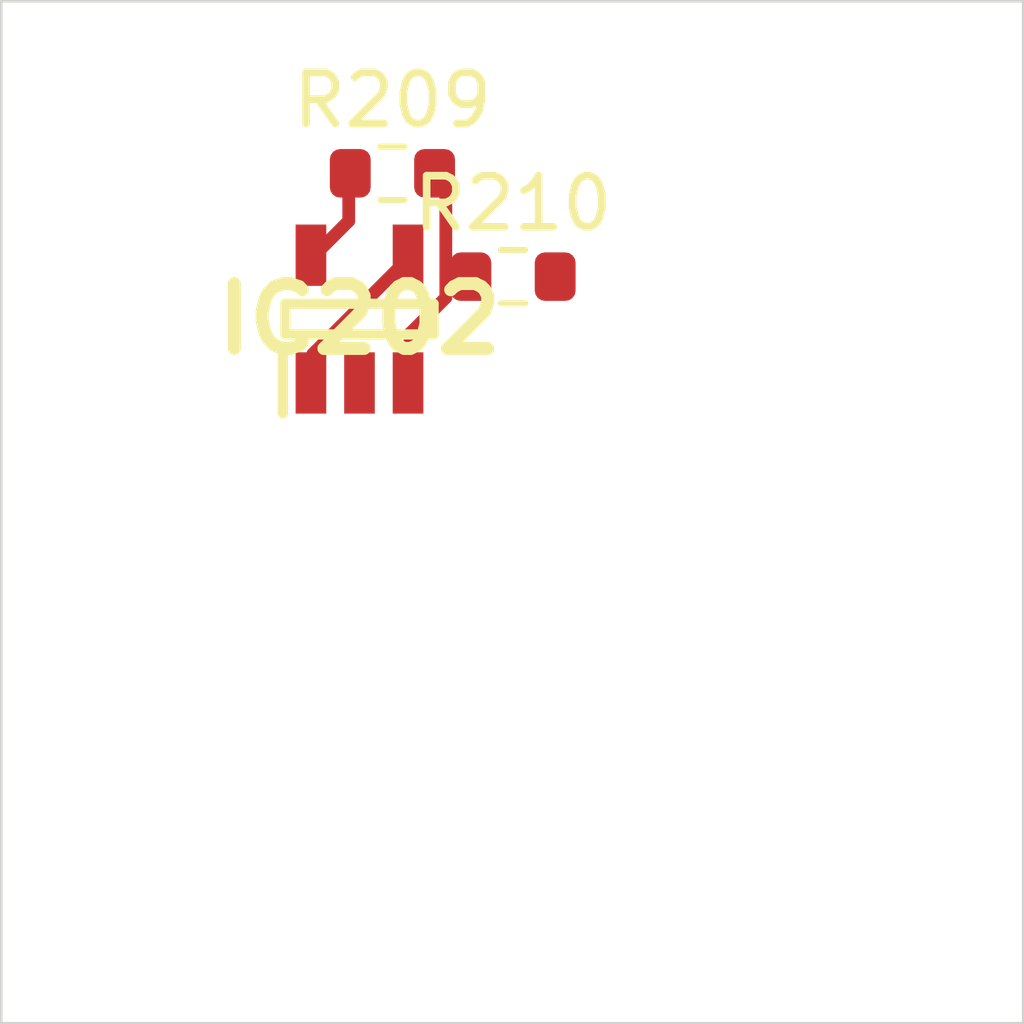
<source format=kicad_pcb>
 ( kicad_pcb  ( version 20171130 )
 ( host pcbnew 5.1.12-84ad8e8a86~92~ubuntu18.04.1 )
 ( general  ( thickness 1.6 )
 ( drawings 4 )
 ( tracks 0 )
 ( zones 0 )
 ( modules 3 )
 ( nets 5 )
)
 ( page A4 )
 ( layers  ( 0 F.Cu signal )
 ( 31 B.Cu signal )
 ( 32 B.Adhes user )
 ( 33 F.Adhes user )
 ( 34 B.Paste user )
 ( 35 F.Paste user )
 ( 36 B.SilkS user )
 ( 37 F.SilkS user )
 ( 38 B.Mask user )
 ( 39 F.Mask user )
 ( 40 Dwgs.User user )
 ( 41 Cmts.User user )
 ( 42 Eco1.User user )
 ( 43 Eco2.User user )
 ( 44 Edge.Cuts user )
 ( 45 Margin user )
 ( 46 B.CrtYd user )
 ( 47 F.CrtYd user )
 ( 48 B.Fab user )
 ( 49 F.Fab user )
)
 ( setup  ( last_trace_width 0.25 )
 ( trace_clearance 0.2 )
 ( zone_clearance 0.508 )
 ( zone_45_only no )
 ( trace_min 0.2 )
 ( via_size 0.8 )
 ( via_drill 0.4 )
 ( via_min_size 0.4 )
 ( via_min_drill 0.3 )
 ( uvia_size 0.3 )
 ( uvia_drill 0.1 )
 ( uvias_allowed no )
 ( uvia_min_size 0.2 )
 ( uvia_min_drill 0.1 )
 ( edge_width 0.05 )
 ( segment_width 0.2 )
 ( pcb_text_width 0.3 )
 ( pcb_text_size 1.5 1.5 )
 ( mod_edge_width 0.12 )
 ( mod_text_size 1 1 )
 ( mod_text_width 0.15 )
 ( pad_size 1.524 1.524 )
 ( pad_drill 0.762 )
 ( pad_to_mask_clearance 0 )
 ( aux_axis_origin 0 0 )
 ( visible_elements FFFFFF7F )
 ( pcbplotparams  ( layerselection 0x010fc_ffffffff )
 ( usegerberextensions false )
 ( usegerberattributes true )
 ( usegerberadvancedattributes true )
 ( creategerberjobfile true )
 ( excludeedgelayer true )
 ( linewidth 0.100000 )
 ( plotframeref false )
 ( viasonmask false )
 ( mode 1 )
 ( useauxorigin false )
 ( hpglpennumber 1 )
 ( hpglpenspeed 20 )
 ( hpglpendiameter 15.000000 )
 ( psnegative false )
 ( psa4output false )
 ( plotreference true )
 ( plotvalue true )
 ( plotinvisibletext false )
 ( padsonsilk false )
 ( subtractmaskfromsilk false )
 ( outputformat 1 )
 ( mirror false )
 ( drillshape 1 )
 ( scaleselection 1 )
 ( outputdirectory "" )
)
)
 ( net 0 "" )
 ( net 1 GND )
 ( net 2 VDDA )
 ( net 3 /Sheet6235D886/vp )
 ( net 4 "Net-(IC202-Pad3)" )
 ( net_class Default "This is the default net class."  ( clearance 0.2 )
 ( trace_width 0.25 )
 ( via_dia 0.8 )
 ( via_drill 0.4 )
 ( uvia_dia 0.3 )
 ( uvia_drill 0.1 )
 ( add_net /Sheet6235D886/vp )
 ( add_net GND )
 ( add_net "Net-(IC202-Pad3)" )
 ( add_net VDDA )
)
 ( module SOT95P280X145-5N locked  ( layer F.Cu )
 ( tedit 62336ED7 )
 ( tstamp 623423ED )
 ( at 87.010600 106.220000 90.000000 )
 ( descr DBV0005A )
 ( tags "Integrated Circuit" )
 ( path /6235D887/6266C08E )
 ( attr smd )
 ( fp_text reference IC202  ( at 0 0 )
 ( layer F.SilkS )
 ( effects  ( font  ( size 1.27 1.27 )
 ( thickness 0.254 )
)
)
)
 ( fp_text value TL071HIDBVR  ( at 0 0 )
 ( layer F.SilkS )
hide  ( effects  ( font  ( size 1.27 1.27 )
 ( thickness 0.254 )
)
)
)
 ( fp_line  ( start -1.85 -1.5 )
 ( end -0.65 -1.5 )
 ( layer F.SilkS )
 ( width 0.2 )
)
 ( fp_line  ( start -0.3 1.45 )
 ( end -0.3 -1.45 )
 ( layer F.SilkS )
 ( width 0.2 )
)
 ( fp_line  ( start 0.3 1.45 )
 ( end -0.3 1.45 )
 ( layer F.SilkS )
 ( width 0.2 )
)
 ( fp_line  ( start 0.3 -1.45 )
 ( end 0.3 1.45 )
 ( layer F.SilkS )
 ( width 0.2 )
)
 ( fp_line  ( start -0.3 -1.45 )
 ( end 0.3 -1.45 )
 ( layer F.SilkS )
 ( width 0.2 )
)
 ( fp_line  ( start -0.8 -0.5 )
 ( end 0.15 -1.45 )
 ( layer Dwgs.User )
 ( width 0.1 )
)
 ( fp_line  ( start -0.8 1.45 )
 ( end -0.8 -1.45 )
 ( layer Dwgs.User )
 ( width 0.1 )
)
 ( fp_line  ( start 0.8 1.45 )
 ( end -0.8 1.45 )
 ( layer Dwgs.User )
 ( width 0.1 )
)
 ( fp_line  ( start 0.8 -1.45 )
 ( end 0.8 1.45 )
 ( layer Dwgs.User )
 ( width 0.1 )
)
 ( fp_line  ( start -0.8 -1.45 )
 ( end 0.8 -1.45 )
 ( layer Dwgs.User )
 ( width 0.1 )
)
 ( fp_line  ( start -2.1 1.775 )
 ( end -2.1 -1.775 )
 ( layer Dwgs.User )
 ( width 0.05 )
)
 ( fp_line  ( start 2.1 1.775 )
 ( end -2.1 1.775 )
 ( layer Dwgs.User )
 ( width 0.05 )
)
 ( fp_line  ( start 2.1 -1.775 )
 ( end 2.1 1.775 )
 ( layer Dwgs.User )
 ( width 0.05 )
)
 ( fp_line  ( start -2.1 -1.775 )
 ( end 2.1 -1.775 )
 ( layer Dwgs.User )
 ( width 0.05 )
)
 ( pad 1 smd rect  ( at -1.25 -0.95 180.000000 )
 ( size 0.6 1.2 )
 ( layers F.Cu F.Mask F.Paste )
 ( net 3 /Sheet6235D886/vp )
)
 ( pad 2 smd rect  ( at -1.25 0 180.000000 )
 ( size 0.6 1.2 )
 ( layers F.Cu F.Mask F.Paste )
 ( net 1 GND )
)
 ( pad 3 smd rect  ( at -1.25 0.95 180.000000 )
 ( size 0.6 1.2 )
 ( layers F.Cu F.Mask F.Paste )
 ( net 4 "Net-(IC202-Pad3)" )
)
 ( pad 4 smd rect  ( at 1.25 0.95 180.000000 )
 ( size 0.6 1.2 )
 ( layers F.Cu F.Mask F.Paste )
 ( net 3 /Sheet6235D886/vp )
)
 ( pad 5 smd rect  ( at 1.25 -0.95 180.000000 )
 ( size 0.6 1.2 )
 ( layers F.Cu F.Mask F.Paste )
 ( net 2 VDDA )
)
)
 ( module Resistor_SMD:R_0603_1608Metric  ( layer F.Cu )
 ( tedit 5F68FEEE )
 ( tstamp 62342595 )
 ( at 87.655100 103.367000 )
 ( descr "Resistor SMD 0603 (1608 Metric), square (rectangular) end terminal, IPC_7351 nominal, (Body size source: IPC-SM-782 page 72, https://www.pcb-3d.com/wordpress/wp-content/uploads/ipc-sm-782a_amendment_1_and_2.pdf), generated with kicad-footprint-generator" )
 ( tags resistor )
 ( path /6235D887/623CDBD9 )
 ( attr smd )
 ( fp_text reference R209  ( at 0 -1.43 )
 ( layer F.SilkS )
 ( effects  ( font  ( size 1 1 )
 ( thickness 0.15 )
)
)
)
 ( fp_text value 100k  ( at 0 1.43 )
 ( layer F.Fab )
 ( effects  ( font  ( size 1 1 )
 ( thickness 0.15 )
)
)
)
 ( fp_line  ( start -0.8 0.4125 )
 ( end -0.8 -0.4125 )
 ( layer F.Fab )
 ( width 0.1 )
)
 ( fp_line  ( start -0.8 -0.4125 )
 ( end 0.8 -0.4125 )
 ( layer F.Fab )
 ( width 0.1 )
)
 ( fp_line  ( start 0.8 -0.4125 )
 ( end 0.8 0.4125 )
 ( layer F.Fab )
 ( width 0.1 )
)
 ( fp_line  ( start 0.8 0.4125 )
 ( end -0.8 0.4125 )
 ( layer F.Fab )
 ( width 0.1 )
)
 ( fp_line  ( start -0.237258 -0.5225 )
 ( end 0.237258 -0.5225 )
 ( layer F.SilkS )
 ( width 0.12 )
)
 ( fp_line  ( start -0.237258 0.5225 )
 ( end 0.237258 0.5225 )
 ( layer F.SilkS )
 ( width 0.12 )
)
 ( fp_line  ( start -1.48 0.73 )
 ( end -1.48 -0.73 )
 ( layer F.CrtYd )
 ( width 0.05 )
)
 ( fp_line  ( start -1.48 -0.73 )
 ( end 1.48 -0.73 )
 ( layer F.CrtYd )
 ( width 0.05 )
)
 ( fp_line  ( start 1.48 -0.73 )
 ( end 1.48 0.73 )
 ( layer F.CrtYd )
 ( width 0.05 )
)
 ( fp_line  ( start 1.48 0.73 )
 ( end -1.48 0.73 )
 ( layer F.CrtYd )
 ( width 0.05 )
)
 ( fp_text user %R  ( at 0 0 )
 ( layer F.Fab )
 ( effects  ( font  ( size 0.4 0.4 )
 ( thickness 0.06 )
)
)
)
 ( pad 1 smd roundrect  ( at -0.825 0 )
 ( size 0.8 0.95 )
 ( layers F.Cu F.Mask F.Paste )
 ( roundrect_rratio 0.25 )
 ( net 2 VDDA )
)
 ( pad 2 smd roundrect  ( at 0.825 0 )
 ( size 0.8 0.95 )
 ( layers F.Cu F.Mask F.Paste )
 ( roundrect_rratio 0.25 )
 ( net 4 "Net-(IC202-Pad3)" )
)
 ( model ${KISYS3DMOD}/Resistor_SMD.3dshapes/R_0603_1608Metric.wrl  ( at  ( xyz 0 0 0 )
)
 ( scale  ( xyz 1 1 1 )
)
 ( rotate  ( xyz 0 0 0 )
)
)
)
 ( module Resistor_SMD:R_0603_1608Metric  ( layer F.Cu )
 ( tedit 5F68FEEE )
 ( tstamp 623425A6 )
 ( at 90.015200 105.389000 )
 ( descr "Resistor SMD 0603 (1608 Metric), square (rectangular) end terminal, IPC_7351 nominal, (Body size source: IPC-SM-782 page 72, https://www.pcb-3d.com/wordpress/wp-content/uploads/ipc-sm-782a_amendment_1_and_2.pdf), generated with kicad-footprint-generator" )
 ( tags resistor )
 ( path /6235D887/623CDBDF )
 ( attr smd )
 ( fp_text reference R210  ( at 0 -1.43 )
 ( layer F.SilkS )
 ( effects  ( font  ( size 1 1 )
 ( thickness 0.15 )
)
)
)
 ( fp_text value 100k  ( at 0 1.43 )
 ( layer F.Fab )
 ( effects  ( font  ( size 1 1 )
 ( thickness 0.15 )
)
)
)
 ( fp_line  ( start 1.48 0.73 )
 ( end -1.48 0.73 )
 ( layer F.CrtYd )
 ( width 0.05 )
)
 ( fp_line  ( start 1.48 -0.73 )
 ( end 1.48 0.73 )
 ( layer F.CrtYd )
 ( width 0.05 )
)
 ( fp_line  ( start -1.48 -0.73 )
 ( end 1.48 -0.73 )
 ( layer F.CrtYd )
 ( width 0.05 )
)
 ( fp_line  ( start -1.48 0.73 )
 ( end -1.48 -0.73 )
 ( layer F.CrtYd )
 ( width 0.05 )
)
 ( fp_line  ( start -0.237258 0.5225 )
 ( end 0.237258 0.5225 )
 ( layer F.SilkS )
 ( width 0.12 )
)
 ( fp_line  ( start -0.237258 -0.5225 )
 ( end 0.237258 -0.5225 )
 ( layer F.SilkS )
 ( width 0.12 )
)
 ( fp_line  ( start 0.8 0.4125 )
 ( end -0.8 0.4125 )
 ( layer F.Fab )
 ( width 0.1 )
)
 ( fp_line  ( start 0.8 -0.4125 )
 ( end 0.8 0.4125 )
 ( layer F.Fab )
 ( width 0.1 )
)
 ( fp_line  ( start -0.8 -0.4125 )
 ( end 0.8 -0.4125 )
 ( layer F.Fab )
 ( width 0.1 )
)
 ( fp_line  ( start -0.8 0.4125 )
 ( end -0.8 -0.4125 )
 ( layer F.Fab )
 ( width 0.1 )
)
 ( fp_text user %R  ( at 0 0 )
 ( layer F.Fab )
 ( effects  ( font  ( size 0.4 0.4 )
 ( thickness 0.06 )
)
)
)
 ( pad 2 smd roundrect  ( at 0.825 0 )
 ( size 0.8 0.95 )
 ( layers F.Cu F.Mask F.Paste )
 ( roundrect_rratio 0.25 )
 ( net 1 GND )
)
 ( pad 1 smd roundrect  ( at -0.825 0 )
 ( size 0.8 0.95 )
 ( layers F.Cu F.Mask F.Paste )
 ( roundrect_rratio 0.25 )
 ( net 4 "Net-(IC202-Pad3)" )
)
 ( model ${KISYS3DMOD}/Resistor_SMD.3dshapes/R_0603_1608Metric.wrl  ( at  ( xyz 0 0 0 )
)
 ( scale  ( xyz 1 1 1 )
)
 ( rotate  ( xyz 0 0 0 )
)
)
)
 ( gr_line  ( start 100 100 )
 ( end 100 120 )
 ( layer Edge.Cuts )
 ( width 0.05 )
 ( tstamp 62E770C4 )
)
 ( gr_line  ( start 80 120 )
 ( end 100 120 )
 ( layer Edge.Cuts )
 ( width 0.05 )
 ( tstamp 62E770C0 )
)
 ( gr_line  ( start 80 100 )
 ( end 100 100 )
 ( layer Edge.Cuts )
 ( width 0.05 )
 ( tstamp 6234110C )
)
 ( gr_line  ( start 80 100 )
 ( end 80 120 )
 ( layer Edge.Cuts )
 ( width 0.05 )
)
 ( segment  ( start 86.800001 103.400002 )
 ( end 86.800001 104.300002 )
 ( width 0.250000 )
 ( layer F.Cu )
 ( net 2 )
)
 ( segment  ( start 86.800001 104.300002 )
 ( end 86.100001 105.000002 )
 ( width 0.250000 )
 ( layer F.Cu )
 ( net 2 )
)
 ( segment  ( start 88.000001 105.000002 )
 ( end 86.100001 106.900002 )
 ( width 0.250000 )
 ( layer F.Cu )
 ( net 3 )
)
 ( segment  ( start 86.100001 106.900002 )
 ( end 86.100001 107.500002 )
 ( width 0.250000 )
 ( layer F.Cu )
 ( net 3 )
)
 ( segment  ( start 88.500001 103.400002 )
 ( end 88.700001 103.600002 )
 ( width 0.250000 )
 ( layer F.Cu )
 ( net 4 )
)
 ( segment  ( start 88.700001 103.600002 )
 ( end 88.700001 105.800002 )
 ( width 0.250000 )
 ( layer F.Cu )
 ( net 4 )
)
 ( segment  ( start 88.700001 105.800002 )
 ( end 88.000001 106.500002 )
 ( width 0.250000 )
 ( layer F.Cu )
 ( net 4 )
)
 ( segment  ( start 88.000001 106.500002 )
 ( end 88.000001 107.500002 )
 ( width 0.250000 )
 ( layer F.Cu )
 ( net 4 )
)
 ( segment  ( start 89.200001 105.400002 )
 ( end 88.700001 105.400002 )
 ( width 0.250000 )
 ( layer F.Cu )
 ( net 4 )
)
)

</source>
